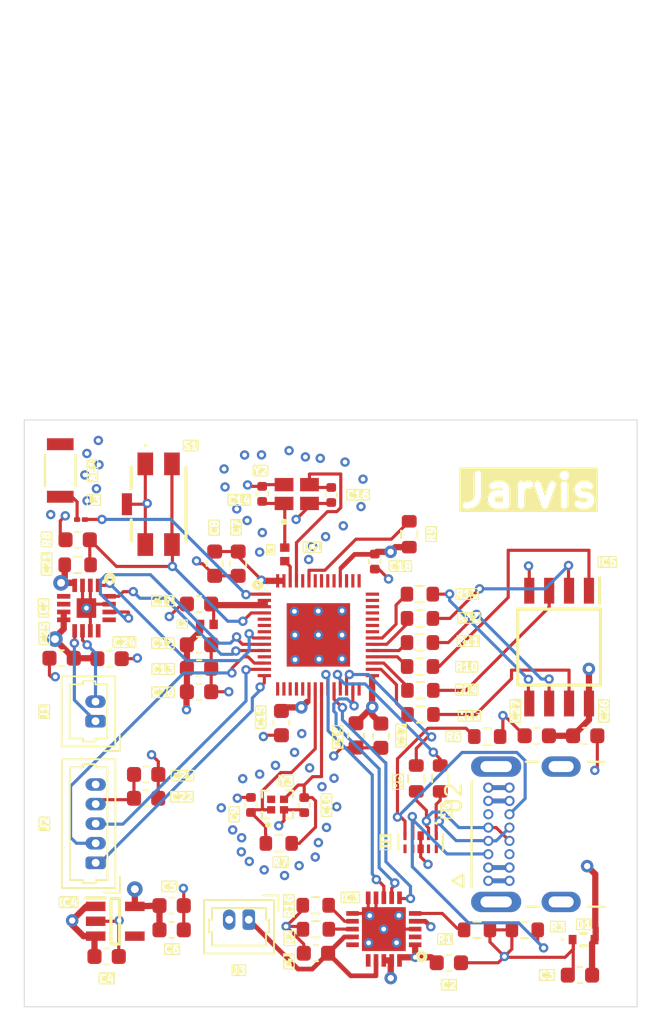
<source format=kicad_pcb>
(kicad_pcb (version 20241229) (generator "pcbnew") (generator_version "9.0")
  (layers (0 "F.Cu" signal) (4 "In1.Cu" signal) (6 "In2.Cu" signal) (2 "B.Cu" signal) (13 "F.Paste" user) (15 "B.Paste" user) (5 "F.SilkS" user "F.Silkscreen") (7 "B.SilkS" user "B.Silkscreen") (1 "F.Mask" user) (3 "B.Mask" user) (25 "Edge.Cuts" user))
  (net 0 "")
  (net 22 "Net-(IC2-OUTP)")
  (net 23 "Net-(IC2-OUTN)")
  (net 31 "GND")
  (net 32 "/Power/VBUS")
  (net 33 "/Power/VBAT_1")
  (net 34 "/Power/SYS")
  (net 35 "Net-(IC1-VDD3P3_1)")
  (net 36 "+3.3V")
  (net 38 "Net-(U2-CC1)")
  (net 39 "Net-(C14-Pad2)")
  (net 42 "Net-(U2-CC2)")
  (net 45 "Net-(IC1-XTAL_N)")
  (net 46 "Net-(IC1-CHIP_PU)")
  (net 47 "Net-(IC1-XTAL_32K_N)")
  (net 48 "Net-(IC1-XTAL_32K_P)")
  (net 49 "Net-(IC1-XTAL_P)")
  (net 50 "/Power/PROG1")
  (net 51 "/Power/THERM")
  (net 52 "/Power/USB_DP")
  (net 53 "/Power/USB_DN")
  (net 54 "/Components/FLASH-CLK")
  (net 57 "Net-(AE1-Pad1)")
  (net 58 "+1.8")
  (net 59 "Net-(IC1-SPIWP)")
  (net 60 "/Components/AMP-DIN")
  (net 61 "Net-(IC1-SPIQ)")
  (net 62 "Net-(IC1-SPICS0)")
  (net 63 "/ESP/ESP-GPIO19")
  (net 64 "/Components/MIC-BCK")
  (net 65 "/Components/MIC-DATA")
  (net 66 "Net-(IC1-LNA_IN)")
  (net 67 "/ESP/ESP-GPIO21")
  (net 68 "/Components/MIC-WS")
  (net 69 "/ESP/ESP-GPIO18")
  (net 70 "Net-(IC1-GPIO45)")
  (net 71 "/ESP/ESP-GPIO20")
  (net 72 "/Components/AMP-BCLK")
  (net 73 "Net-(IC1-SPIHD)")
  (net 74 "/ESP/ESP-GPIO17")
  (net 75 "Net-(IC1-SPID)")
  (net 76 "Net-(IC1-SPICLK)")
  (net 77 "/Components/AMP-LRCLK")
  (net 78 "/Components/FLASH-CS")
  (net 79 "/Components/FLASH-DO_IO1")
  (net 80 "/Components/FLASH-DI_IO0")
  (net 81 "/Components/FLASH-WP_IO2")
  (net 82 "/Components/FLASH-HOLD")
  (net 87 "Net-(IC3-PROG3)")
  (footprint "Capacitor_SMD:C_0603_1608Metric" (layer "F.Cu") (at 167.355 116.81 180)
    (property "Reference" "C26")
    (property "Value" "0.1uf")
  )
  (footprint "Capacitor_SMD:C_0603_1608Metric" (layer "F.Cu") (at 136.8 130.9 180)
    (property "Reference" "C4")
    (property "Value" "1uf")
  )
  (footprint "Capacitor_SMD:C_0603_1608Metric" (layer "F.Cu") (at 142.7 112.5)
    (property "Reference" "C13")
    (property "Value" "0.1uf")
  )
  (footprint "Capacitor_SMD:C_0603_1608Metric" (layer "F.Cu") (at 145.2 105.825 -90)
    (property "Reference" "C7")
    (property "Value" "0.1uf")
  )
  (footprint "jarvis:MCP73871T-4CAI ML" (layer "F.Cu") (at 154.5 129.15 180)
    (property "Reference" "IC3")
    (property "Value" "MCP73871T-4CAI_ML" (hide yes))
  )
  (footprint "Resistor_SMD:R_0603_1608Metric" (layer "F.Cu") (at 156.12 103.945 -90)
    (property "Reference" "R9")
    (property "Value" "10k")
  )
  (footprint "Resistor_SMD:R_0603_1608Metric" (layer "F.Cu") (at 156.84 115.45)
    (property "Reference" "R15")
    (property "Value" "0")
  )
  (footprint "jarvis:LIB_MAX98357AETE+T" (layer "F.Cu") (at 135.51 108.659 -90)
    (property "Reference" "IC2")
    (property "Value" "MAX98357AETE+T" (hide yes))
  )
  (footprint "Resistor_SMD:R_0603_1608Metric" (layer "F.Cu") (at 156.805 109.32)
    (property "Reference" "R12")
    (property "Value" "0")
  )
  (footprint "Connector_Molex:Molex_PicoBlade_53047-0210_1x02_P1.25mm_Vertical" (layer "F.Cu") (at 136.09 115.88 90)
    (property "Reference" "J1")
    (property "Value" "Conn_01x02 - Speaker")
  )
  (footprint "Connector_Molex:Molex_PicoBlade_53047-0210_1x02_P1.25mm_Vertical" (layer "F.Cu") (at 145.875 128.55 180)
    (property "Reference" "J3")
    (property "Value" "Conn_01x02 - Battery")
  )
  (footprint "jarvis:MLG1005SR24JT000" (layer "F.Cu") (at 148.175 105.232 90)
    (property "Reference" "L1")
    (property "Value" "24nh")
  )
  (footprint "Capacitor_SMD:C_0603_1608Metric" (layer "F.Cu") (at 154.31 116.805 90)
    (property "Reference" "C17")
    (property "Value" "1uf")
  )
  (footprint "jarvis:XTAL_ABM10W-40.0000MHZ-8-N1G-T3" (layer "F.Cu") (at 148.94 101.38 90)
    (property "Reference" "Y2")
    (property "Value" "ABM10W-40.0000MHZ-8-N1G-T3")
  )
  (footprint "Capacitor_SMD:C_0603_1608Metric" (layer "F.Cu") (at 164.265 116.81)
    (property "Reference" "C27")
    (property "Value" "10uf")
  )
  (footprint "Capacitor_SMD:C_0402_1005Metric" (layer "F.Cu") (at 153.92 105.69 -90)
    (property "Reference" "C18")
    (property "Value" "0.1uf")
  )
  (footprint "Capacitor_SMD:C_0402_1005Metric" (layer "F.Cu") (at 149.415 121.235 -90)
    (property "Reference" "C10")
    (property "Value" "12.5pf")
  )
  (footprint "Resistor_SMD:R_0603_1608Metric" (layer "F.Cu") (at 161.1 116.86 180)
    (property "Reference" "R6")
    (property "Value" "5.1k")
  )
  (footprint "Capacitor_SMD:C_0603_1608Metric" (layer "F.Cu") (at 136.985 111.89 180)
    (property "Reference" "C24")
    (property "Value" "0.1uf")
  )
  (footprint "Capacitor_SMD:C_0603_1608Metric" (layer "F.Cu") (at 147.96 116 -90)
    (property "Reference" "C15")
    (property "Value" "0.1uf")
  )
  (footprint "jarvis:IC_TPD4E05U06QDQARQ1" (layer "F.Cu") (at 156.85 123.6075 -90)
    (property "Reference" "U1")
    (property "Value" "TPD4E05U06QDQARQ1")
  )
  (footprint "Capacitor_SMD:C_0603_1608Metric" (layer "F.Cu") (at 167.02 132.09 180)
    (property "Reference" "C3")
    (property "Value" "1uf")
  )
  (footprint "Capacitor_SMD:C_0603_1608Metric" (layer "F.Cu") (at 152.72 116.785 90)
    (property "Reference" "C19")
    (property "Value" "0.1uf")
  )
  (footprint "Capacitor_SMD:C_0603_1608Metric" (layer "F.Cu") (at 133.925 111.86)
    (property "Reference" "C25")
    (property "Value" "10uf")
  )
  (footprint "Connector_Molex:Molex_PicoBlade_53047-0510_1x05_P1.25mm_Vertical" (layer "F.Cu") (at 136.1 124.92 90)
    (property "Reference" "J2")
    (property "Value" "Mic Conn_01x05")
  )
  (footprint "Resistor_SMD:R_0603_1608Metric" (layer "F.Cu") (at 156.57 119.535 90)
    (property "Reference" "R5")
    (property "Value" "22")
  )
  (footprint "Capacitor_SMD:C_0603_1608Metric" (layer "F.Cu") (at 158.65 131.3 180)
    (property "Reference" "C2")
    (property "Value" "4.7uf")
  )
  (footprint "jarvis:MLG1005SR24JT000" (layer "F.Cu") (at 143.2 109.7)
    (property "Reference" "L2")
    (property "Value" "24nh")
  )
  (footprint "Capacitor_SMD:C_0603_1608Metric" (layer "F.Cu") (at 139.32 120.8)
    (property "Reference" "C22")
    (property "Value" "100nf")
  )
  (footprint "jarvis:MOLEX_2137160001-holes" (layer "F.Cu") (at 168.82 123.095 90)
    (property "Reference" "U2")
    (property "Value" "2137160001")
  )
  (footprint "Capacitor_SMD:C_0603_1608Metric" (layer "F.Cu") (at 142.7 111)
    (property "Reference" "C12")
    (property "Value" "0.1uf")
  )
  (footprint "Capacitor_SMD:C_0603_1608Metric" (layer "F.Cu") (at 139.325 119.28)
    (property "Reference" "C23")
    (property "Value" "1uf")
  )
  (footprint "Resistor_SMD:R_0603_1608Metric" (layer "F.Cu") (at 160.45 129.2 180)
    (property "Reference" "R1")
    (property "Value" "10k")
  )
  (footprint "Capacitor_SMD:C_0603_1608Metric" (layer "F.Cu") (at 140.95 129.2 180)
    (property "Reference" "C6")
    (property "Value" "10uf")
  )
  (footprint "Resistor_SMD:R_0603_1608Metric" (layer "F.Cu") (at 147.79 123.68)
    (property "Reference" "R7")
    (property "Value" "5M")
  )
  (footprint "Resistor_SMD:R_0603_1608Metric" (layer "F.Cu") (at 156.805 110.86)
    (property "Reference" "R11")
    (property "Value" "0")
  )
  (footprint "Capacitor_SMD:C_0603_1608Metric" (layer "F.Cu") (at 150.165 130.69 180)
    (property "Reference" "C1")
    (property "Value" "10uf")
  )
  (footprint "Resistor_SMD:R_0603_1608Metric" (layer "F.Cu") (at 150.16 129.16 180)
    (property "Reference" "R2")
    (property "Value" "2k")
  )
  (footprint "Resistor_SMD:R_0603_1608Metric" (layer "F.Cu") (at 134.95 105.9)
    (property "Reference" "R8")
    (property "Value" "10k")
  )
  (footprint "Capacitor_SMD:C_0603_1608Metric" (layer "F.Cu") (at 142.7 108.4 180)
    (property "Reference" "C11")
    (property "Value" "0.1uf")
  )
  (footprint "Resistor_SMD:R_0603_1608Metric" (layer "F.Cu") (at 163.5 129.2 180)
    (property "Reference" "R3")
    (property "Value" "5.1k")
  )
  (footprint "jarvis:PESD5V0X1UAB115" (layer "F.Cu") (at 167.25 129.82)
    (property "Reference" "D1")
    (property "Value" "PESD5V0X1UAB,115" (hide yes))
  )
  (footprint "Capacitor_SMD:C_0603_1608Metric" (layer "F.Cu") (at 143.7 105.825 -90)
    (property "Reference" "C8")
    (property "Value" "0.1uf")
  )
  (footprint "Resistor_SMD:R_0603_1608Metric" (layer "F.Cu") (at 156.83 113.91)
    (property "Reference" "R14")
    (property "Value" "0")
  )
  (footprint "Capacitor_SMD:C_0603_1608Metric" (layer "F.Cu") (at 140.95 127.65 180)
    (property "Reference" "C5")
    (property "Value" "1uf")
  )
  (footprint "jarvis:XTAL_ECS-.327-12.5-1210B-N-TR" (layer "F.Cu") (at 147.715 121.2 90)
    (property "Reference" "Y3")
    (property "Value" "ECS-.327-12.5-1210B-N-TR")
  )
  (footprint "Capacitor_SMD:C_0402_1005Metric" (layer "F.Cu") (at 146.73 101.37 -90)
    (property "Reference" "C14")
    (property "Value" "12pf")
  )
  (footprint "jarvis:ANT_RFANT3216120A5T_WAL" (layer "F.Cu") (at 133.84 99.8764 90)
    (property "Reference" "AE1")
    (property "Value" "RFANT3216120A5T")
  )
  (footprint "Capacitor_SMD:C_0603_1608Metric" (layer "F.Cu") (at 134.95 104.3 180)
    (property "Reference" "C21")
    (property "Value" "1uf")
  )
  (footprint "Capacitor_SMD:C_0402_1005Metric" (layer "F.Cu") (at 151.14 101.44 -90)
    (property "Reference" "C16")
    (property "Value" "12pf")
  )
  (footprint "jarvis:EVQP9H02W" (layer "F.Cu") (at 140.12 102.03)
    (property "Reference" "S1")
    (property "Value" "EVQ-P9H02W" (hide yes))
  )
  (footprint "Resistor_SMD:R_0603_1608Metric" (layer "F.Cu") (at 158.1 119.535 90)
    (property "Reference" "R4")
    (property "Value" "22")
  )
  (footprint "Resistor_SMD:R_0603_1608Metric" (layer "F.Cu") (at 156.81 112.39)
    (property "Reference" "R10")
    (property "Value" "0")
  )
  (footprint "jarvis:TLV70033DDCT" (layer "F.Cu") (at 137.35 128.65)
    (property "Reference" "IC4")
    (property "Value" "TLV70033DDCT" (hide yes))
  )
  (footprint "jarvis:W25Q128JWSIQ-1.8" (layer "F.Cu") (at 165.69 111.15 -90)
    (property "Reference" "IC5")
    (property "Value" "W25Q128JWSIQ" (hide yes))
  )
  (footprint "jarvis:esp32-s3r16v" (layer "F.Cu") (at 150.32 110.37)
    (property "Reference" "IC1")
    (property "Value" "ESP32-S3R16V" (hide yes))
  )
  (footprint "Capacitor_SMD:C_0402_1005Metric" (layer "F.Cu") (at 146.015 121.225 90)
    (property "Reference" "C9")
    (property "Value" "12.5pf")
  )
  (footprint "Resistor_SMD:R_0603_1608Metric" (layer "F.Cu") (at 156.8 107.77)
    (property "Reference" "R13")
    (property "Value" "0")
  )
  (footprint "Inductor_SMD:L_01005_0402Metric" (layer "F.Cu") (at 135.165 103.01)
    (property "Reference" "L3")
    (property "Value" "6.8 nH")
  )
  (footprint "Resistor_SMD:R_0603_1608Metric" (layer "F.Cu") (at 150.15 127.63 180)
    (property "Reference" "R16")
    (property "Value" "20k")
  )
  (footprint "Capacitor_SMD:C_0603_1608Metric" (layer "F.Cu") (at 142.7 114)
    (property "Reference" "C20")
    (property "Value" "10uf")
  )
  (gr_line (start 146.9 108.47) (end 146.9 108.27) (stroke (width 0.4)) (layer "F.Cu") (net 35))
  (gr_line (start 140.2 127.65) (end 138.6 127.7) (stroke (width 0.4)) (layer "F.Cu") (net 36))
  (gr_rect (start 131.54 96.65) (end 170.67 134.11) (stroke (width 0.05)) (fill no) (layer "Edge.Cuts"))
  (gr_text "Jarvis" (at 159.19 102.37 0) (layer "F.SilkS" knockout) (effects (font (size 2 2) (thickness 0.4) (bold yes)) (justify left bottom)))
  (segment (start 134.76 110.109) (end 134.76 110.879) (width 0.2) (layer "F.Cu") (net 22))
  (segment (start 134.76 110.879) (end 134.74 110.899) (width 0.2) (layer "F.Cu") (net 22))
  (via (at 134.74 110.899) (size 0.6) (drill 0.3) (layers "F.Cu" "B.Cu") (net 22))
  (segment (start 134.74 114.53) (end 136.09 115.88) (width 0.2) (layer "B.Cu") (net 22))
  (segment (start 134.74 110.899) (end 134.74 114.53) (width 0.2) (layer "B.Cu") (net 22))
  (segment (start 135.26 110.709) (end 135.26 110.109) (width 0.2) (layer "F.Cu") (net 23))
  (segment (start 135.5555 111.0045) (end 135.26 110.709) (width 0.2) (layer "F.Cu") (net 23))
  (via (at 135.5555 111.0045) (size 0.6) (drill 0.3) (layers "F.Cu" "B.Cu") (net 23))
  (segment (start 136.09 111.539) (end 136.09 114.63) (width 0.2) (layer "B.Cu") (net 23))
  (segment (start 135.5555 111.0045) (end 136.09 111.539) (width 0.2) (layer "B.Cu") (net 23))
  (segment (start 142.54 105.65) (end 142.715 105.825) (width 0.2) (layer "F.Cu") (net 31))
  (segment (start 149.752 101.98) (end 149.752 102.148) (width 0.2) (layer "F.Cu") (net 31))
  (segment (start 168.13 118.86) (end 167.97 119.02) (width 0.2) (layer "F.Cu") (net 31))
  (segment (start 149.325 127.915) (end 149.325 127.63) (width 0.2) (layer "F.Cu") (net 31))
  (segment (start 148.125 121.535) (end 148.125 122.22) (width 0.2) (layer "F.Cu") (net 31))
  (segment (start 133.84 103.09) (end 133.84 103.965) (width 0.2) (layer "F.Cu") (net 31))
  (segment (start 151.8 117.58) (end 154.31 117.58) (width 0.2) (layer "F.Cu") (net 31))
  (segment (start 149.335 129.16) (end 149.065 129.16) (width 0.2) (layer "F.Cu") (net 31))
  (segment (start 140.095 119.285) (end 140.1 119.28) (width 0.2) (layer "F.Cu") (net 31))
  (segment (start 154 127.89) (end 153.6 128.29) (width 0.2) (layer "F.Cu") (net 31))
  (segment (start 139.27 104.605) (end 139.27 102.1) (width 0.2) (layer "F.Cu") (net 31))
  (segment (start 153.5 127.15) (end 153.5 128.19) (width 0.2) (layer "F.Cu") (net 31))
  (segment (start 133.15 112.95) (end 133.15 111.86) (width 0.2) (layer "F.Cu") (net 31))
  (segment (start 135.76 107.209) (end 135.76 108.409) (width 0.2) (layer "F.Cu") (net 31))
  (segment (start 148.128 100.78) (end 146.84 100.78) (width 0.2) (layer "F.Cu") (net 31))
  (segment (start 145.195 120.745) (end 145.145 120.795) (width 0.2) (layer "F.Cu") (net 31))
  (segment (start 133.84 103.965) (end 134.175 104.3) (width 0.2) (layer "F.Cu") (net 31))
  (segment (start 135.76 110.109) (end 135.76 108.909) (width 0.2) (layer "F.Cu") (net 31))
  (segment (start 141.725 127.65) (end 141.725 129.2) (width 0.2) (layer "F.Cu") (net 31))
  (segment (start 163.785 107.55) (end 163.785 106.015) (width 0.2) (layer "F.Cu") (net 31))
  (segment (start 142.925 105.825) (end 143.7 106.6) (width 0.2) (layer "F.Cu") (net 31))
  (segment (start 138.72 111.89) (end 138.76 111.85) (width 0.2) (layer "F.Cu") (net 31))
  (segment (start 143.475 114) (end 144.6 114) (width 0.2) (layer "F.Cu") (net 31))
  (segment (start 148.26 128.98) (end 149.39 130.11) (width 0.2) (layer "F.Cu") (net 31))
  (segment (start 137.575 130.9) (end 137.575 128.625) (width 0.2) (layer "F.Cu") (net 31))
  (segment (start 140.1 118.45) (end 139.67 118.02) (width 0.2) (layer "F.Cu") (net 31))
  (segment (start 151.3 118.08) (end 151.8 117.58) (width 0.2) (layer "F.Cu") (net 31))
  (segment (start 133.52 113.04) (end 133.24 113.04) (width 0.2) (layer "F.Cu") (net 31))
  (segment (start 153.5 128.19) (end 153.6 128.29) (width 0.2) (layer "F.Cu") (net 31))
  (segment (start 149.752 102.148) (end 148.9 103) (width 0.2) (layer "F.Cu") (net 31))
  (segment (start 146.84 100.78) (end 146.73 100.89) (width 0.2) (layer "F.Cu") (net 31))
  (segment (start 162.251 130.951) (end 162.2 130.9) (width 0.2) (layer "F.Cu") (net 31))
  (segment (start 148.26 128.98) (end 149.325 127.915) (width 0.2) (layer "F.Cu") (net 31))
  (segment (start 145.2 106.6) (end 143.7 106.6) (width 0.2) (layer "F.Cu") (net 31))
  (segment (start 137.76 111.89) (end 138.72 111.89) (width 0.2) (layer "F.Cu") (net 31))
  (segment (start 166.59 131.745) (end 166.245 132.09) (width 0.2) (layer "F.Cu") (net 31))
  (segment (start 156.85 124.025) (end 156.85 124.545) (width 0.2) (layer "F.Cu") (net 31))
  (segment (start 166.59 129.86) (end 166.6 129.87) (width 0.2) (layer "F.Cu") (net 31))
  (segment (start 135.76 108.909) (end 135.51 108.659) (width 0.2) (layer "F.Cu") (net 31))
  (segment (start 156.85 123.19) (end 156.85 124.025) (width 0.2) (layer "F.Cu") (net 31))
  (segment (start 140.095 120.8) (end 140.095 119.285) (width 0.2) (layer "F.Cu") (net 31))
  (segment (start 161.275 129.2) (end 161.275 129.975) (width 0.2) (layer "F.Cu") (net 31))
  (segment (start 166.6 130.425) (end 166.074 130.951) (width 0.2) (layer "F.Cu") (net 31))
  (segment (start 148.125 121.535) (end 149.235 121.535) (width 0.2) (layer "F.Cu") (net 31))
  (segment (start 168.13 116.81) (end 168.13 118.86) (width 0.2) (layer "F.Cu") (net 31))
  (segment (start 146.015 120.745) (end 145.195 120.745) (width 0.2) (layer "F.Cu") (net 31))
  (segment (start 141.6 108.4) (end 140.8 109.2) (width 0.2) (layer "F.Cu") (net 31))
  (segment (start 142.715 105.825) (end 142.925 105.825) (width 0.2) (layer "F.Cu") (net 31))
  (segment (start 156.85 124.545) (end 157.32 125.015) (width 0.2) (layer "F.Cu") (net 31))
  (segment (start 146.73 100.89) (end 145.89 100.89) (width 0.2) (layer "F.Cu") (net 31))
  (segment (start 148.125 122.22) (end 147.79 122.555) (width 0.2) (layer "F.Cu") (net 31))
  (segment (start 134.16 102.77) (end 133.84 103.09) (width 0.2) (layer "F.Cu") (net 31))
  (segment (start 152.5 128.15) (end 153.46 128.15) (width 0.2) (layer "F.Cu") (net 31))
  (segment (start 149.235 121.535) (end 149.415 121.715) (width 0.2) (layer "F.Cu") (net 31))
  (segment (start 147.96 116.775) (end 146.895 116.775) (width 0.2) (layer "F.Cu") (net 31))
  (segment (start 161.275 129.975) (end 162.2 130.9) (width 0.2) (layer "F.Cu") (net 31))
  (segment (start 137.575 128.625) (end 137.6 128.6) (width 0.2) (layer "F.Cu") (net 31))
  (segment (start 162.1 116.685) (end 161.925 116.86) (width 0.2) (layer "F.Cu") (net 31))
  (segment (start 141.925 108.4) (end 141.6 108.4) (width 0.2) (layer "F.Cu") (net 31))
  (segment (start 135.26 108.409) (end 135.51 108.659) (width 0.2) (layer "F.Cu") (net 31))
  (segment (start 151.08 101.98) (end 151.14 101.92) (width 0.2) (layer "F.Cu") (net 31))
  (segment (start 133.24 113.04) (end 133.15 112.95) (width 0.2) (layer "F.Cu") (net 31))
  (segment (start 139.27 102.1) (end 139.39 101.98) (width 0.2) (layer "F.Cu") (net 31))
  (segment (start 166.6 129.87) (end 166.6 130.425) (width 0.2) (layer "F.Cu") (net 31))
  (segment (start 139.27 101.86) (end 139.39 101.98) (width 0.2) (layer "F.Cu") (net 31))
  (segment (start 140.1 119.28) (end 140.1 118.45) (width 0.2) (layer "F.Cu") (net 31))
  (segment (start 162.1 115.52) (end 162.1 116.685) (width 0.2) (layer "F.Cu") (net 31))
  (segment (start 143.475 114) (end 143.475 112.5) (width 0.2) (layer "F.Cu") (net 31))
  (segment (start 162.675 129.2) (end 162.675 130.425) (width 0.2) (layer "F.Cu") (net 31))
  (segment (start 135.26 107.209) (end 135.26 108.409) (width 0.2) (layer "F.Cu") (net 31))
  (segment (start 141.725 127.65) (end 141.725 126.575) (width 0.2) (layer "F.Cu") (net 31))
  (segment (start 136.1 128.65) (end 137.55 128.65) (width 0.2) (layer "F.Cu") (net 31))
  (segment (start 143.475 111) (end 143.475 112.5) (width 0.2) (layer "F.Cu") (net 31))
  (segment (start 159.425 131.3) (end 161.8 131.3) (width 0.2) (layer "F.Cu") (net 31))
  (segment (start 141.725 126.575) (end 141.7 126.55) (width 0.2) (layer "F.Cu") (net 31))
  (segment (start 153.46 128.15) (end 153.6 128.29) (width 0.2) (layer "F.Cu") (net 31))
  (segment (start 136.96 108.409) (end 135.76 108.409) (width 0.2) (layer "F.Cu") (net 31))
  (segment (start 154 127.15) (end 154 127.89) (width 0.2) (layer "F.Cu") (net 31))
  (segment (start 162.675 130.425) (end 162.2 130.9) (width 0.2) (layer "F.Cu") (net 31))
  (segment (start 161.275 129.2) (end 162.675 129.2) (width 0.2) (layer "F.Cu") (net 31))
  (segment (start 162.1 115.52) (end 162.2 115.52) (width 0.2) (layer "F.Cu") (net 31))
  (segment (start 149.155 128.98) (end 149.335 129.16) (width 0.2) (layer "F.Cu") (net 31))
  (segment (start 135.76 108.409) (end 135.51 108.659) (width 0.2) (layer "F.Cu") (net 31))
  (segment (start 154.17 106.17) (end 154.8 106.8) (width 0.2) (layer "F.Cu") (net 31))
  (segment (start 148.26 128.98) (end 149.155 128.98) (width 0.2) (layer "F.Cu") (net 31))
  (segment (start 149.39 130.11) (end 149.39 130.69) (width 0.2) (layer "F.Cu") (net 31))
  (segment (start 166.59 129.86) (end 166.59 131.745) (width 0.2) (layer "F.Cu") (net 31))
  (segment (start 163.785 106.015) (end 163.74 105.97) (width 0.2) (layer "F.Cu") (net 31))
  (segment (start 137.55 128.65) (end 137.6 128.6) (width 0.2) (layer "F.Cu") (net 31))
  (segment (start 166.074 130.951) (end 162.251 130.951) (width 0.2) (layer "F.Cu") (net 31))
  (segment (start 156.5 129.15) (end 154.49 129.15) (width 0.2) (layer "F.Cu") (net 31))
  (segment (start 162.2 115.52) (end 163.49 116.81) (width 0.2) (layer "F.Cu") (net 31))
  (segment (start 145.89 100.89) (end 145.8 100.8) (width 0.2) (layer "F.Cu") (net 31))
  (segment (start 139.27 99.455) (end 139.27 101.86) (width 0.2) (layer "F.Cu") (net 31))
  (segment (start 153.92 106.17) (end 154.17 106.17) (width 0.2) (layer "F.Cu") (net 31))
  (segment (start 161.8 131.3) (end 162.2 130.9) (width 0.2) (layer "F.Cu") (net 31))
  (segment (start 149.752 101.98) (end 151.08 101.98) (width 0.2) (layer "F.Cu") (net 31))
  (segment (start 139.34 102.03) (end 139.39 101.98) (width 0.2) (layer "F.Cu") (net 31))
  (segment (start 138.095 102.03) (end 139.34 102.03) (width 0.2) (layer "F.Cu") (net 31))
  (via (at 151.32 119.52) (size 0.6) (drill 0.3) (layers "F.Cu" "B.Cu") (net 31))
  (via (at 157.32 125.015) (size 0.6) (drill 0.3) (layers "F.Cu" "B.Cu") (net 31))
  (via (at 138.76 111.85) (size 0.6) (drill 0.3) (layers "F.Cu" "B.Cu") (net 31))
  (via (at 141.7 126.55) (size 0.6) (drill 0.3) (layers "F.Cu" "B.Cu") (net 31))
  (via (at 155.46 128.28) (size 0.6) (drill 0.3) (layers "F.Cu" "B.Cu") (net 31))
  (via (at 145.61 98.89) (size 0.6) (drill 0.3) (layers "F.Cu" "B.Cu") (net 31))
  (via (at 145.49 119.55) (size 0.6) (drill 0.3) (layers "F.Cu" "B.Cu") (net 31))
  (via (at 151.91 103.41) (size 0.6) (drill 0.3) (layers "F.Cu" "B.Cu") (net 31))
  (via (at 137.6 128.6) (size 0.6) (drill 0.3) (layers "F.Cu" "B.Cu") (net 31))
  (via (at 149.49 99.01) (size 0.6) (drill 0.3) (layers "F.Cu" "B.Cu") (net 31))
  (via (at 139.67 118.02) (size 0.6) (drill 0.3) (layers "F.Cu" "B.Cu") (net 31))
  (via (at 151.83 110.38) (size 0.6) (drill 0.3) (layers "F.Cu" "B.Cu") (net 31))
  (via (at 145.11 102.33) (size 0.6) (drill 0.3) (layers "F.Cu" "B.Cu") (net 31))
  (via (at 142.54 105.65) (size 0.6) (drill 0.3) (layers "F.Cu" "B.Cu") (net 31))
  (via (at 148.16 125.73) (size 0.6) (drill 0.3) (layers "F.Cu" "B.Cu") (net 31))
  (via (at 133.52 113.04) (size 0.6) (drill 0.3) (layers "F.Cu" "B.Cu") (net 31))
  (via (at 144.12 121.41) (size 0.6) (drill 0.3) (layers "F.Cu" "B.Cu") (net 31))
  (via (at 135.41 100.16) (size 0.6) (drill 0.3) (layers "F.Cu" "B.Cu") (net 31))
  (via (at 150.32 110.37) (size 0.6) (drill 0.3) (layers "F.Cu" "B.Cu") (net 31))
  (via (at 162.1 115.52) (size 0.6) (drill 0.3) (layers "F.Cu" "B.Cu") (net 31))
  (via (at 150.84 122.66) (size 0.6) (drill 0.3) (layers "F.Cu" "B.Cu") (net 31))
  (via (at 136.31 99.51) (size 0.6) (drill 0.3) (layers "F.Cu" "B.Cu") (net 31))
  (via (at 150.12 124.55) (size 0.6) (drill 0.3) (layers "F.Cu" "B.Cu") (net 31))
  (via (at 153.17 100.43) (size 0.6) (drill 0.3) (layers "F.Cu" "B.Cu") (net 31))
  (via (at 154.8 106.8) (size 0.6) (drill 0.3) (layers "F.Cu" "B.Cu") (net 31))
  (via (at 135.55 101.81) (size 0.6) (drill 0.3) (layers "F.Cu" "B.Cu") (net 31))
  (via (at 135.54 98.79) (size 0.6) (drill 0.3) (layers "F.Cu" "B.Cu") (net 31))
  (via (at 144.6 114) (size 0.6) (drill 0.3) (layers "F.Cu" "B.Cu") (net 31))
  (via (at 148.79 108.87) (size 0.6) (drill 0.3) (layers "F.Cu" "B.Cu") (net 31))
  (via (at 146.69 98.88) (size 0.6) (drill 0.3) (layers "F.Cu" "B.Cu") (net 31))
  (via (at 144.85 122.82) (size 0.6) (drill 0.3) (layers "F.Cu" "B.Cu") (net 31))
  (via (at 149.09 125.1) (size 0.6) (drill 0.3) (layers "F.Cu" "B.Cu") (net 31))
  (via (at 146.86 125.37) (size 0.6) (drill 0.3) (layers "F.Cu" "B.Cu") (net 31))
  (via (at 149.7 105.56) (size 0.6) (drill 0.3) (layers "F.Cu" "B.Cu") (net 31))
  (via (at 145.91 124.83) (size 0.6) (drill 0.3) (layers "F.Cu" "B.Cu") (net 31))
  (via (at 150.44 99.1) (size 0.6) (drill 0.3) (layers "F.Cu" "B.Cu") (net 31))
  (via (at 153.04088 102.178598) (size 0.6) (drill 0.3) (layers "F.Cu" "B.Cu") (net 31))
  (via (at 153.6 128.29) (size 0.6) (drill 0.3) (layers "F.Cu" "B.Cu") (net 31))
  (via (at 144.3 99.78) (size 0.6) (drill 0.3) (layers "F.Cu" "B.Cu") (net 31))
  (via (at 145.77 103.07) (size 0.6) (drill 0.3) (layers "F.Cu" "B.Cu") (net 31))
  (via (at 151.83 108.83) (size 0.6) (drill 0.3) (layers "F.Cu" "B.Cu") (net 31))
  (via (at 163.74 105.97) (size 0.6) (drill 0.3) (layers "F.Cu" "B.Cu") (net 31))
  (via (at 146.57 119.26) (size 0.6) (drill 0.3) (layers "F.Cu" "B.Cu") (net 31))
  (via (at 145.4 124.22) (size 0.6) (drill 0.3) (layers "F.Cu" "B.Cu") (net 31))
  (via (at 146.57 105.09) (size 0.6) (drill 0.3) (layers "F.Cu" "B.Cu") (net 31))
  (via (at 148.82 110.38) (size 0.6) (drill 0.3) (layers "F.Cu" "B.Cu") (net 31))
  (via (at 136.15 101.04) (size 0.6) (drill 0.3) (layers "F.Cu" "B.Cu") (net 31))
  (via (at 150.36 111.92) (size 0.6) (drill 0.3) (layers "F.Cu" "B.Cu") (net 31))
  (via (at 149.95 104.71) (size 0.6) (drill 0.3) (layers "F.Cu" "B.Cu") (net 31))
  (via (at 151.49 121.34) (size 0.6) (drill 0.3) (layers "F.Cu" "B.Cu") (net 31))
  (via (at 148.9 103) (size 0.6) (drill 0.3) (layers "F.Cu" "B.Cu") (net 31))
  (via (at 151.83 111.9) (size 0.6) (drill 0.3) (layers "F.Cu" "B.Cu") (net 31))
  (via (at 135.51 108.659) (size 0.6) (drill 0.3) (layers "F.Cu" "B.Cu") (net 31))
  (via (at 150.32 123.63) (size 0.6) (drill 0.3) (layers "F.Cu" "B.Cu") (net 31))
  (via (at 145.8 100.8) (size 0.6) (drill 0.3) (layers "F.Cu" "B.Cu") (net 31))
  (via (at 149.26 116.67) (size 0.6) (drill 0.3) (layers "F.Cu" "B.Cu") (net 31))
  (via (at 153.53 130.03) (size 0.6) (drill 0.3) (layers "F.Cu" "B.Cu") (net 31))
  (via (at 140.8 109.2) (size 0.6) (drill 0.3) (layers "F.Cu" "B.Cu") (net 31))
  (via (at 148.45 98.61) (size 0.6) (drill 0.3) (layers "F.Cu" "B.Cu") (net 31))
  (via (at 155.31 130.02) (size 0.6) (drill 0.3) (layers "F.Cu" "B.Cu") (net 31))
  (via (at 139.39 101.98) (size 0.6) (drill 0.3) (layers "F.Cu" "B.Cu") (net 31))
  (via (at 150.78 104.1) (size 0.6) (drill 0.3) (layers "F.Cu" "B.Cu") (net 31))
  (via (at 145.145 120.795) (size 0.6) (drill 0.3) (layers "F.Cu" "B.Cu") (net 31))
  (via (at 145.42 123.32) (size 0.6) (drill 0.3) (layers "F.Cu" "B.Cu") (net 31))
  (via (at 146.74 103.84) (size 0.6) (drill 0.3) (layers "F.Cu" "B.Cu") (net 31))
  (via (at 136.27 97.96) (size 0.6) (drill 0.3) (layers "F.Cu" "B.Cu") (net 31))
  (via (at 147.79 122.555) (size 0.6) (drill 0.3) (layers "F.Cu" "B.Cu") (net 31))
  (via (at 133.23 102.69) (size 0.6) (drill 0.3) (layers "F.Cu" "B.Cu") (net 31))
  (via (at 147.58 118.7) (size 0.6) (drill 0.3) (layers "F.Cu" "B.Cu") (net 31))
  (via (at 151.3 118.1) (size 0.6) (drill 0.3) (layers "F.Cu" "B.Cu") (net 31))
  (via (at 162.2 130.9) (size 0.6) (drill 0.3) (layers "F.Cu" "B.Cu") (net 31))
  (via (at 146.81 116.86) (size 0.6) (drill 0.3) (layers "F.Cu" "B.Cu") (net 31))
  (via (at 148.8 117.87) (size 0.6) (drill 0.3) (layers "F.Cu" "B.Cu") (net 31))
  (via (at 149.76 118.86) (size 0.6) (drill 0.3) (layers "F.Cu" "B.Cu") (net 31))
  (via (at 148.83 111.95) (size 0.6) (drill 0.3) (layers "F.Cu" "B.Cu") (net 31))
  (via (at 148.26 128.98) (size 0.6) (drill 0.3) (layers "F.Cu" "B.Cu") (net 31))
  (via (at 134.16 102.77) (size 0.6) (drill 0.3) (layers "F.Cu" "B.Cu") (net 31))
  (via (at 152.02 99.34) (size 0.6) (drill 0.3) (layers "F.Cu" "B.Cu") (net 31))
  (via (at 154.49 129.15) (size 0.6) (drill 0.3) (layers "F.Cu" "B.Cu") (net 31))
  (via (at 167.97 119.02) (size 0.6) (drill 0.3) (layers "F.Cu" "B.Cu") (net 31))
  (via (at 144.36 100.93) (size 0.6) (drill 0.3) (layers "F.Cu" "B.Cu") (net 31))
  (via (at 150.55 120.06) (size 0.6) (drill 0.3) (layers "F.Cu" "B.Cu") (net 31))
  (via (at 150.31 108.85) (size 0.6) (drill 0.3) (layers "F.Cu" "B.Cu") (net 31))
  (segment (start 154.94 131.16) (end 154.94 132.28) (width 0.4) (layer "F.Cu") (net 32))
  (segment (start 154.55 131.15) (end 154.95 131.15) (width 0.4) (layer "F.Cu") (net 32))
  (segment (start 168 125.65) (end 168 129.05) (width 0.4) (layer "F.Cu") (net 32))
  (segment (start 167.795 132.09) (end 167.795 130.055) (width 0.4) (layer "F.Cu") (net 32))
  (segment (start 154.95 131.15) (end 154.94 131.16) (width 0.4) (layer "F.Cu") (net 32))
  (segment (start 167.795 130.055) (end 168.025 129.825) (width 0.4) (layer "F.Cu") (net 32))
  (segment (start 157.15 128.65) (end 157.5 129) (width 0.3) (layer "F.Cu") (net 32))
  (segment (start 167.48 125.13) (end 168 125.65) (width 0.4) (layer "F.Cu") (net 32))
  (segment (start 156.5 128.65) (end 157.15 128.65) (width 0.3) (layer "F.Cu") (net 32))
  (segment (start 168.025 129.075) (end 168 129.05) (width 0.2) (layer "F.Cu") (net 32))
  (segment (start 168.025 129.825) (end 168.025 129.075) (width 0.4) (layer "F.Cu") (net 32))
  (via (at 157.5 129) (size 0.6) (drill 0.3) (layers "F.Cu" "B.Cu") (net 32))
  (via (at 154.94 132.28) (size 0.8) (drill 0.4) (layers "F.Cu" "B.Cu") (net 32))
  (via (at 167.48 125.13) (size 0.8) (drill 0.4) (layers "F.Cu" "B.Cu") (net 32))
  (segment (start 150.94 130.69) (end 149.93 131.7) (width 0.3) (layer "F.Cu") (net 33))
  (segment (start 154 132.13) (end 152.38 132.13) (width 0.3) (layer "F.Cu") (net 33))
  (segment (start 152.5 129.65) (end 151.98 129.65) (width 0.3) (layer "F.Cu") (net 33))
  (segment (start 154 131.15) (end 154 132.13) (width 0.3) (layer "F.Cu") (net 33))
  (segment (start 152.38 132.13) (end 150.94 130.69) (width 0.3) (layer "F.Cu") (net 33))
  (segment (start 149.03 131.7) (end 149.03 131.705) (width 0.3) (layer "F.Cu") (net 33))
  (segment (start 149.03 131.705) (end 145.875 128.55) (width 0.3) (layer "F.Cu") (net 33))
  (segment (start 151.98 129.65) (end 150.94 130.69) (width 0.3) (layer "F.Cu") (net 33))
  (segment (start 149.93 131.7) (end 149.03 131.7) (width 0.3) (layer "F.Cu") (net 33))
  (segment (start 136.025 130.9) (end 136.025 129.675) (width 0.4) (layer "F.Cu") (net 34))
  (segment (start 135.5 127.7) (end 134.6 128.6) (width 0.4) (layer "F.Cu") (net 34))
  (segment (start 134.6 128.88) (end 134.6 128.6) (width 0.4) (layer "F.Cu") (net 34))
  (segment (start 135.6 129.6) (end 135.32 129.6) (width 0.4) (layer "F.Cu") (net 34))
  (segment (start 135.32 129.6) (end 134.6 128.88) (width 0.4) (layer "F.Cu") (net 34))
  (segment (start 136.025 129.675) (end 136.1 129.6) (width 0.2) (layer "F.Cu") (net 34))
  (segment (start 156.5 130.95) (end 157.525 130.95) (width 0.4) (layer "F.Cu") (net 34))
  (segment (start 156.48 130.95) (end 155.63 130.95) (width 0.4) (layer "F.Cu") (net 34))
  (segment (start 136.1 129.6) (end 135.6 129.6) (width 0.2) (layer "F.Cu") (net 34))
  (segment (start 157.525 130.95) (end 157.875 131.3) (width 0.4) (layer "F.Cu") (net 34))
  (segment (start 136.1 127.7) (end 135.5 127.7) (width 0.2) (layer "F.Cu") (net 34))
  (segment (start 156.5 130.95) (end 156.5 130.3) (width 0.4) (layer "F.Cu") (net 34))
  (via (at 156.5 130.95) (size 0.6) (drill 0.3) (layers "F.Cu" "B.Cu") (net 34))
  (via (at 134.6 128.6) (size 0.8) (drill 0.4) (layers "F.Cu" "B.Cu") (net 34))
  (segment (start 143.645 108.57) (end 143.475 108.4) (width 0.2) (layer "F.Cu") (net 35))
  (segment (start 143.632 109.7) (end 143.632 108.583) (width 0.2) (layer "F.Cu") (net 35))
  (segment (start 143.632 108.583) (end 143.645 108.57) (width 0.2) (layer "F.Cu") (net 35))
  (segment (start 146.87 108.47) (end 143.645 108.47) (width 0.4) (layer "F.Cu") (net 35))
  (segment (start 148.185 115) (end 147.96 115.225) (width 0.2) (layer "F.Cu") (net 36))
  (segment (start 133.5 110.66) (end 134.7 111.86) (width 0.4) (layer "F.Cu") (net 36))
  (segment (start 142.768 109.7) (end 142.768 110.157) (width 0.4) (layer "F.Cu") (net 36))
  (segment (start 140.175 127.65) (end 140.175 129.2) (width 0.4) (layer "F.Cu") (net 36))
  (segment (start 141.9 114.025) (end 141.925 114) (width 0.2) (layer "F.Cu") (net 36))
  (segment (start 141.9 115.15) (end 141.9 114.025) (width 0.4) (layer "F.Cu") (net 36))
  (segment (start 154.06 105.07) (end 153.92 105.21) (width 0.4) (layer "F.Cu") (net 36))
  (segment (start 136.18 111.86) (end 136.21 111.89) (width 0.4) (layer "F.Cu") (net 36))
  (segment (start 134.7 111.86) (end 136.18 111.86) (width 0.4) (layer "F.Cu") (net 36))
  (segment (start 136.13 120.89) (end 138.455 120.89) (width 0.2) (layer "F.Cu") (net 36))
  (segment (start 148 106.92) (end 146.85 106.92) (width 0.4) (layer "F.Cu") (net 36))
  (segment (start 138.545 120.8) (end 138.545 119.285) (width 0.2) (layer "F.Cu") (net 36))
  (segment (start 154.93 105.07) (end 154.06 105.07) (width 0.4) (layer "F.Cu") (net 36))
  (segment (start 138.6 127.7) (end 138.6 126.6) (width 0.4) (layer "F.Cu") (net 36))
  (segment (start 141.925 112.5) (end 141.925 111) (width 0.4) (layer "F.Cu") (net 36))
  (segment (start 134.125 106.379) (end 134.125 107.074) (width 0.4) (layer "F.Cu") (net 36))
  (segment (start 134.06 109.989) (end 134.06 109.069) (width 0.4) (layer "F.Cu") (net 36))
  (segment (start 149.72 114.67) (end 149.72 113.82) (width 0.2) (layer "F.Cu") (net 36))
  (segment (start 133.5 110.549) (end 134.06 109.989) (width 0.4) (layer "F.Cu") (net 36))
  (segment (start 151.72 106.92) (end 151.72 106.08) (width 0.2) (layer "F.Cu") (net 36))
  (segment (start 155.23 104.77) (end 154.93 105.07) (width 0.4) (layer "F.Cu") (net 36))
  (segment (start 134.125 106.379) (end 134.125 106.814) (width 0.4) (layer "F.Cu") (net 36))
  (segment (start 143.7 105.05) (end 145.2 105.05) (width 0.2) (layer "F.Cu") (net 36))
  (segment (start 134.69 107.049) (end 134.14 107.049) (width 0.4) (layer "F.Cu") (net 36))
  (segment (start 134.69 107.049) (end 133.89 107.049) (width 0.4) (layer "F.Cu") (net 36))
  (segment (start 145.2 105.37489) (end 145.2 105.05) (width 0.2) (layer "F.Cu") (net 36))
  (segment (start 133.5 110.64) (end 133.5 110.549) (width 0.4) (layer "F.Cu") (net 36))
  (segment (start 149.23 115) (end 148.185 115) (width 0.4) (layer "F.Cu") (net 36))
  (segment (start 142.768 110.157) (end 141.925 111) (width 0.4) (layer "F.Cu") (net 36))
  (segment (start 146.71 106.92) (end 146.67 106.88) (width 0.2) (layer "F.Cu") (net 36))
  (segment (start 134.125 105.9) (end 134.125 106.8) (width 0.4) (layer "F.Cu") (net 36))
  (segment (start 146.67 106.84489) (end 145.2 105.37489) (width 0.2) (layer "F.Cu") (net 36))
  (segment (start 149.26 114.98) (end 149.59 114.65) (width 0.4) (layer "F.Cu") (net 36))
  (segment (start 134.125 106.814) (end 133.89 107.049) (width 0.4) (layer "F.Cu") (net 36))
  (segment (start 151.765 106.1) (end 152.635 105.23) (width 0.3) (layer "F.Cu") (net 36))
  (segment (start 146.71 106.92) (end 146.695 106.92) (width 0.2) (layer "F.Cu") (net 36))
  (segment (start 156.12 104.77) (end 155.23 104.77) (width 0.4) (layer "F.Cu") (net 36))
  (segment (start 133.5 110.64) (end 133.5 110.66) (width 0.4) (layer "F.Cu") (net 36))
  (segment (start 138.545 119.285) (end 138.55 119.28) (width 0.2) (layer "F.Cu") (net 36))
  (segment (start 141.925 114) (end 141.925 112.5) (width 0.4) (layer "F.Cu") (net 36))
  (segment (start 152.635 105.23) (end 153.965 105.23) (width 0.3) (layer "F.Cu") (net 36))
  (segment (start 134.7 107.059) (end 134.69 107.049) (width 0.4) (layer "F.Cu") (net 36))
  (segment (start 134.14 107.049) (end 134.13 107.059) (width 0.4) (layer "F.Cu") (net 36))
  (segment (start 138.455 120.89) (end 138.545 120.8) (width 0.2) (layer "F.Cu") (net 36))
  (segment (start 146.67 106.88) (end 146.67 106.84489) (width 0.2) (layer "F.Cu") (net 36))
  (via (at 138.6 126.6) (size 1) (drill 0.5) (layers "F.Cu" "B.Cu") (net 36))
  (via (at 154.93 105.07) (size 0.8) (drill 0.4) (layers "F.Cu" "B.Cu") (net 36))
  (via (at 149.23 115) (size 0.8) (drill 0.4) (layers "F.Cu" "B.Cu") (net 36))
  (via (at 133.5 110.64) (size 1) (drill 0.5) (layers "F.Cu" "B.Cu") (net 36))
  (via (at 141.9 115.15) (size 0.6) (drill 0.3) (layers "F.Cu" "B.Cu") (net 36))
  (via (at 146.67 106.88) (size 0.6) (drill 0.3) (layers "F.Cu" "B.Cu") (net 36))
  (via (at 133.89 107.049) (size 1) (drill 0.5) (layers "F.Cu" "B.Cu") (net 36))
  (segment (start 164.325 129.975) (end 164.7 130.35) (width 0.2) (layer "F.Cu") (net 38))
  (segment (start 164.325 129.2) (end 164.325 129.975) (width 0.2) (layer "F.Cu") (net 38))
  (segment (start 156.35 122.29) (end 156.35 123.19) (width 0.2) (layer "F.Cu") (net 38))
  (segment (start 156.316401 122.256401) (end 156.35 122.29) (width 0.2) (layer "F.Cu") (net 38))
  (segment (start 156.316401 121.968502) (end 156.316401 122.256401) (width 0.2) (layer "F.Cu") (net 38))
  (via (at 156.316401 121.968502) (size 0.6) (drill 0.3) (layers "F.Cu" "B.Cu") (net 38))
  (via (at 164.7 130.35) (size 0.6) (drill 0.3) (layers "F.Cu" "B.Cu") (net 38))
  (segment (start 159.9 128.75) (end 163.1 128.75) (width 0.2) (layer "B.Cu") (net 38))
  (segment (start 156.316401 122.135633) (end 156.316401 121.968502) (width 0.2) (layer "B.Cu") (net 38))
  (segment (start 163.1 128.75) (end 164.7 130.35) (width 0.2) (layer "B.Cu") (net 38))
  (segment (start 158.53442 124.353652) (end 156.316401 122.135633) (width 0.2) (layer "B.Cu") (net 38))
  (segment (start 161.17 124.37) (end 161.153652 124.353652) (width 0.2) (layer "B.Cu") (net 38))
  (segment (start 161.153652 124.353652) (end 158.53442 124.353652) (width 0.2) (layer "B.Cu") (net 38))
  (segment (start 156.316401 125.166401) (end 156.316401 121.968502) (width 0.2) (layer "B.Cu") (net 38))
  (segment (start 159.9 128.75) (end 156.316401 125.166401) (width 0.2) (layer "B.Cu") (net 38))
  (segment (start 148.175 104.8) (end 148.175 102.027) (width 0.2) (layer "F.Cu") (net 39))
  (segment (start 148.128 101.98) (end 146.86 101.98) (width 0.2) (layer "F.Cu") (net 39))
  (segment (start 146.86 101.98) (end 146.73 101.85) (width 0.2) (layer "F.Cu") (net 39))
  (segment (start 148.175 102.027) (end 148.128 101.98) (width 0.2) (layer "F.Cu") (net 39))
  (segment (start 155.37 122) (end 155.59 122) (width 0.2) (layer "F.Cu") (net 42))
  (segment (start 157.321768 116.329) (end 155.37 118.280768) (width 0.2) (layer "F.Cu") (net 42))
  (segment (start 159.744 116.329) (end 157.321768 116.329) (width 0.2) (layer "F.Cu") (net 42))
  (segment (start 155.37 118.280768) (end 155.37 122) (width 0.2) (layer "F.Cu") (net 42))
  (segment (start 155.59 122) (end 155.85 122.26) (width 0.2) (layer "F.Cu") (net 42))
  (segment (start 160.275 116.86) (end 159.744 116.329) (width 0.2) (layer "F.Cu") (net 42))
  (segment (start 155.85 122.26) (end 155.85 123.19) (width 0.2) (layer "F.Cu") (net 42))
  (via (at 155.37 122) (size 0.6) (drill 0.3) (layers "F.Cu" "B.Cu") (net 42))
  (segment (start 162.52 121.82) (end 163.521 120.819) (width 0.2) (layer "B.Cu") (net 42))
  (segment (start 162.993206 117.874) (end 159.496 117.874) (width 0.2) (layer "B.Cu") (net 42))
  (segment (start 159.496 117.874) (end 155.37 122) (width 0.2) (layer "B.Cu") (net 42))
  (segment (start 163.521 118.401794) (end 162.993206 117.874) (width 0.2) (layer "B.Cu") (net 42))
  (segment (start 163.521 120.819) (end 163.521 118.401794) (width 0.2) (layer "B.Cu") (net 42))
  (segment (start 150.899 102.501) (end 151.49655 102.501) (width 0.2) (layer "F.Cu") (net 45))
  (segment (start 148.92 106.92) (end 148.92 104.48) (width 0.2) (layer "F.Cu") (net 45))
  (segment (start 151.751 100.941) (end 151.75 100.94) (width 0.2) (layer "F.Cu") (net 45))
  (segment (start 149.752 100.108) (end 149.752 100.78) (width 0.2) (layer "F.Cu") (net 45))
  (segment (start 148.92 104.48) (end 150.899 102.501) (width 0.2) (layer "F.Cu") (net 45))
  (segment (start 151.75 100.1) (end 149.76 100.1) (width 0.2) (layer "F.Cu") (net 45))
  (segment (start 151.751 102.24655) (end 151.751 100.941) (width 0.2) (layer "F.Cu") (net 45))
  (segment (start 151.75 100.94) (end 151.75 100.1) (width 0.2) (layer "F.Cu") (net 45))
  (segment (start 151.14 100.96) (end 149.932 100.96) (width 0.2) (layer "F.Cu") (net 45))
  (segment (start 149.76 100.1) (end 149.752 100.108) (width 0.2) (layer "F.Cu") (net 45))
  (segment (start 149.932 100.96) (end 149.752 100.78) (width 0.2) (layer "F.Cu") (net 45))
  (segment (start 151.49655 102.501) (end 151.751 102.24655) (width 0.2) (layer "F.Cu") (net 45))
  (segment (start 135.725 104.3) (end 135.725 105.85) (width 0.2) (layer "F.Cu") (net 46))
  (segment (start 141 106) (end 141 104.635) (width 0.2) (layer "F.Cu") (net 46))
  (segment (start 135.725 105.85) (end 135.775 105.9) (width 0.2) (layer "F.Cu") (net 46))
  (segment (start 140.97 99.455) (end 140.97 104.605) (width 0.2) (layer "F.Cu") (net 46))
  (segment (start 146.87 108.97) (end 146.03 108.97) (width 0.2) (layer "F.Cu") (net 46))
  (segment (start 146.03 108.97) (end 145.5 109.5) (width 0.2) (layer "F.Cu") (net 46))
  (segment (start 141 104.635) (end 140.97 104.605) (width 0.2) (layer "F.Cu") (net 46))
  (segment (start 141 106) (end 137.425 106) (width 0.2) (layer "F.Cu") (net 46))
  (segment (start 137.425 106) (end 135.725 104.3) (width 0.2) (layer "F.Cu") (net 46))
  (via (at 141 106) (size 0.6) (drill 0.3) (layers "F.Cu" "B.Cu") (net 46))
  (via (at 145.5 109.5) (size 0.6) (drill 0.3) (layers "F.Cu" "B.Cu") (net 46))
  (segment (start 144.54 109.5) (end 141.04 106) (width 0.2) (layer "B.Cu") (net 46))
  (segment (start 141.04 106) (end 141 106) (width 0.2) (layer "B.Cu") (net 46))
  (segment (start 145.5 109.5) (end 144.54 109.5) (width 0.2) (layer "B.Cu") (net 46))
  (segment (start 150.52 119.42) (end 149.95 119.42) (width 0.2) (layer "F.Cu") (net 47))
  (segment (start 149.95 119.42) (end 149.415 119.955) (width 0.2) (layer "F.Cu") (net 47))
  (segment (start 149.925 120.755) (end 150.14 120.97) (width 0.2) (layer "F.Cu") (net 47))
  (segment (start 149.415 119.955) (end 149.415 120.755) (width 0.2) (layer "F.Cu") (net 47))
  (segment (start 150.14 122.64) (end 149.1 123.68) (width 0.2) (layer "F.Cu") (net 47))
  (segment (start 149.1 123.68) (end 148.615 123.68) (width 0.2) (layer "F.Cu") (net 47))
  (segment (start 149.035 119.955) (end 149.415 119.955) (width 0.2) (layer "F.Cu") (net 47))
  (segment (start 150.14 120.97) (end 150.14 122.64) (width 0.2) (layer "F.Cu") (net 47))
  (segment (start 150.52 113.82) (end 150.52 119.42) (width 0.2) (layer "F.Cu") (net 47))
  (segment (start 148.125 120.865) (end 149.035 119.955) (width 0.2) (layer "F.Cu") (net 47))
  (segment (start 149.415 120.755) (end 149.925 120.755) (width 0.2) (layer "F.Cu") (net 47))
  (segment (start 148.6025 119.1575) (end 147.9155 119.1575) (width 0.2) (layer "F.Cu") (net 48))
  (segment (start 146.945 123.085) (end 146.945 122.635) (width 0.2) (layer "F.Cu") (net 48))
  (segment (start 147.9155 119.1575) (end 146.744 120.329) (width 0.2) (layer "F.Cu") (net 48))
  (segment (start 146.945 122.635) (end 146.015 121.705) (width 0.2) (layer "F.Cu") (net 48))
  (segment (start 146.185 121.535) (end 146.015 121.705) (width 0.2) (layer "F.Cu") (net 48))
  (segment (start 150.12 117.64) (end 148.6025 119.1575) (width 0.2) (layer "F.Cu") (net 48))
  (segment (start 150.12 113.82) (end 150.12 117.64) (width 0.2) (layer "F.Cu") (net 48))
  (segment (start 146.945 123.085) (end 146.965 123.105) (width 0.2) (layer "F.Cu") (net 48))
  (segment (start 146.965 123.105) (end 146.965 123.68) (width 0.2) (layer "F.Cu") (net 48))
  (segment (start 147.305 121.535) (end 146.185 121.535) (width 0.2) (layer "F.Cu") (net 48))
  (segment (start 146.845 121.535) (end 147.305 121.535) (width 0.2) (layer "F.Cu") (net 48))
  (segment (start 146.744 120.329) (end 146.744 121.434) (width 0.2) (layer "F.Cu") (net 48))
  (segment (start 146.744 121.434) (end 146.845 121.535) (width 0.2) (layer "F.Cu") (net 48))
  (segment (start 148.52 106.009) (end 148.175 105.664) (width 0.2) (layer "F.Cu") (net 49))
  (segment (start 148.52 106.92) (end 148.52 106.009) (width 0.2) (layer "F.Cu") (net 49))
  (segment (start 150.995 129.15) (end 150.985 129.16) (width 0.2) (layer "F.Cu") (net 50))
  (segment (start 152.5 129.15) (end 150.995 129.15) (width 0.2) (layer "F.Cu") (net 50))
  (segment (start 159.18 129.1) (end 159.625 129.1) (width 0.2) (layer "F.Cu") (net 51))
  (segment (start 156.5 128.15) (end 158.23 128.15) (width 0.2) (layer "F.Cu") (net 51))
  (segment (start 158.23 128.15) (end 159.18 129.1) (width 0.2) (layer "F.Cu") (net 51))
  (segment (start 157.84 123.18) (end 157.84 122.46) (width 0.2) (layer "F.Cu") (net 52))
  (segment (start 158.04 122.26) (end 157.84 122.06) (width 0.2) (layer "F.Cu") (net 52))
  (segment (start 158.1 120.93) (end 158.1 120.36) (width 0.2) (layer "F.Cu") (net 52))
  (segment (start 157.84 122.06) (end 157.84 121.19) (width 0.2) (layer "F.Cu") (net 52))
  (segment (start 157.84 122.46) (end 158.04 122.26) (width 0.2) (layer "F.Cu") (net 52))
  (segment (start 157.85 123.19) (end 157.84 123.18) (width 0.2) (layer "F.Cu") (net 52))
  (segment (start 157.84 121.19) (end 158.1 120.93) (width 0.2) (layer "F.Cu") (net 52))
  (via (at 158.04 122.26) (size 0.6) (drill 0.3) (layers "F.Cu" "B.Cu") (net 52))
  (segment (start 161.17 123.52) (end 161.153651 123.503651) (width 0.2) (layer "B.Cu") (net 52))
  (segment (start 161.67 123.52) (end 162.52 122.67) (width 0.2) (layer "B.Cu") (net 52))
  (segment (start 159.113651 123.503651) (end 157.84 122.23) (width 0.2) (layer "B.Cu") (net 52))
  (segment (start 161.153651 123.503651) (end 159.113651 123.503651) (width 0.2) (layer "B.Cu") (net 52))
  (segment (start 161.17 123.52) (end 161.67 123.52) (width 0.2) (layer "B.Cu") (net 52))
  (segment (start 157.22 122.56) (end 157.35 122.69) (width 0.2) (layer "F.Cu") (net 53))
  (segment (start 161.67 122.67) (end 162.52 123.52) (width 0.2) (layer "F.Cu") (net 53))
  (segment (start 157.22 121.58) (end 156.57 120.93) (width 0.2) (layer "F.Cu") (net 53))
  (segment (start 157.22 122.26) (end 157.22 122.56) (width 0.2) (layer "F.Cu") (net 53))
  (segment (start 156.57 120.93) (end 156.57 120.36) (width 0.2) (layer "F.Cu") (net 53))
  (segment (start 161.17 122.67) (end 161.67 122.67) (width 0.2) (layer "F.Cu") (net 53))
  (segment (start 157.35 122.69) (end 157.35 123.19) (width 0.2) (layer "F.Cu") (net 53))
  (segment (start 157.22 122.26) (end 157.22 121.58) (width 0.2) (layer "F.Cu") (net 53))
  (via (at 157.22 122.26) (size 0.6) (drill 0.3) (layers "F.Cu" "B.Cu") (net 53))
  (segment (start 157.22 122.070768) (end 157.22 122.26) (width 0.2) (layer "B.Cu") (net 53))
  (segment (start 157.611768 121.679) (end 157.22 122.070768) (width 0.2) (layer "B.Cu") (net 53))
  (segment (start 159.285 122.67) (end 158.294 121.679) (width 0.2) (layer "B.Cu") (net 53))
  (segment (start 161.17 122.67) (end 159.285 122.67) (width 0.2) (layer "B.Cu") (net 53))
  (segment (start 158.294 121.679) (end 157.611768 121.679) (width 0.2) (layer "B.Cu") (net 53))
  (segment (start 165.05 113.19) (end 165.05 114.745) (width 0.2) (layer "F.Cu") (net 54))
  (segment (start 160.42 109.06) (end 158.62 110.86) (width 0.2) (layer "F.Cu") (net 54))
  (segment (start 158.62 110.86) (end 157.63 110.86) (width 0.2) (layer "F.Cu") (net 54))
  (segment (start 165.05 114.745) (end 165.055 114.75) (width 0.2) (layer "F.Cu") (net 54))
  (via (at 160.42 109.06) (size 0.6) (drill 0.3) (layers "F.Cu" "B.Cu") (net 54))
  (via (at 165.05 113.19) (size 0.6) (drill 0.3) (layers "F.Cu" "B.Cu") (net 54))
  (segment (start 164.56 113.19) (end 165.05 113.19) (width 0.2) (layer "B.Cu") (net 54))
  (segment (start 160.42 109.05) (end 164.56 113.19) (width 0.2) (layer "B.Cu") (net 54))
  (segment (start 134.5864 101.5528) (end 133.84 101.5528) (width 0.2) (layer "F.Cu") (net 57))
  (segment (start 134.915 103.01) (end 134.915 101.8814) (width 0.2) (layer "F.Cu") (net 57))
  (segment (start 134.915 101.8814) (end 134.5864 101.5528) (width 0.2) (layer "F.Cu") (net 57))
  (segment (start 167.59 112.54) (end 167.595 112.545) (width 0.4) (layer "F.Cu") (net 58))
  (segment (start 153.76 114.97) (end 153.76 115.48) (width 0.4) (layer "F.Cu") (net 58))
  (segment (start 167.595 112.545) (end 167.595 114.75) (width 0.4) (layer "F.Cu") (net 58))
  (segment (start 153.76 115.48) (end 154.31 116.03) (width 0.4) (layer "F.Cu") (net 58))
  (segment (start 153.76 114.97) (end 152.72 116.01) (width 0.4) (layer "F.Cu") (net 58))
  (segment (start 167.595 114.75) (end 167.595 115.795) (width 0.4) (layer "F.Cu") (net 58))
  (segment (start 167.595 115.795) (end 166.58 116.81) (width 0.4) (layer "F.Cu") (net 58))
  (segment (start 165.04 116.81) (end 166.58 116.81) (width 0.4) (layer "F.Cu") (net 58))
  (segment (start 153.75 113.09) (end 153.75 114.94) (width 0.4) (layer "F.Cu") (net 58))
  (via (at 153.76 114.97) (size 0.8) (drill 0.4) (layers "F.Cu" "B.Cu") (net 58))
  (via (at 167.59 112.54) (size 0.8) (drill 0.4) (layers "F.Cu" "B.Cu") (net 58))
  (segment (start 153.77 112.17) (end 154.495 112.17) (width 0.2) (layer "F.Cu") (net 59))
  (segment (start 154.495 112.17) (end 156.005 113.68) (width 0.2) (layer "F.Cu") (net 59))
  (segment (start 156.005 113.68) (end 156.005 113.91) (width 0.2) (layer "F.Cu") (net 59))
  (segment (start 146.17 110.57) (end 145.9 110.3) (width 0.2) (layer "F.Cu") (net 60))
  (segment (start 136.26 107.209) (end 136.87 107.209) (width 0.2) (layer "F.Cu") (net 60))
  (segment (start 136.87 107.209) (end 137 107.079) (width 0.2) (layer "F.Cu") (net 60))
  (segment (start 146.87 110.57) (end 146.17 110.57) (width 0.2) (layer "F.Cu") (net 60))
  (via (at 137 107.079) (size 0.6) (drill 0.3) (layers "F.Cu" "B.Cu") (net 60))
  (via (at 145.9 110.3) (size 0.6) (drill 0.3) (layers "F.Cu" "B.Cu") (net 60))
  (segment (start 145.9 110.3) (end 145.9 111.402005) (width 0.2) (layer "B.Cu") (net 60))
  (segment (start 141.910468 112.010468) (end 137 107.1) (width 0.2) (layer "B.Cu") (net 60))
  (segment (start 145.291537 112.010468) (end 141.910468 112.010468) (width 0.2) (layer "B.Cu") (net 60))
  (segment (start 137 107.1) (end 137 107.079) (width 0.2) (layer "B.Cu") (net 60))
  (segment (start 145.9 111.402005) (end 145.291537 112.010468) (width 0.2) (layer "B.Cu") (net 60))
  (segment (start 153.77 110.97) (end 154.682352 110.97) (width 0.2) (layer "F.Cu") (net 61))
  (segment (start 154.682352 110.97) (end 155.98 109.672352) (width 0.2) (layer "F.Cu") (net 61))
  (segment (start 155.98 109.672352) (end 155.98 109.32) (width 0.2) (layer "F.Cu") (net 61))
  (segment (start 153.77 111.77) (end 155.365 111.77) (width 0.2) (layer "F.Cu") (net 62))
  (segment (start 155.365 111.77) (end 155.985 112.39) (width 0.2) (layer "F.Cu") (net 62))
  (segment (start 151.54 113.04) (end 151.54 112.9) (width 0.2) (layer "F.Cu") (net 63))
  (segment (start 151.72 113.22) (end 151.54 113.04) (width 0.2) (layer "F.Cu") (net 63))
  (segment (start 158.1 118.3) (end 157.66 117.86) (width 0.2) (layer "F.Cu") (net 63))
  (segment (start 158.1 118.71) (end 158.1 118.3) (width 0.2) (layer "F.Cu") (net 63))
  (segment (start 151.72 113.82) (end 151.72 113.22) (width 0.2) (layer "F.Cu") (net 63))
  (via (at 151.54 112.9) (size 0.6) (drill 0.3) (layers "F.Cu" "B.Cu") (net 63))
  (via (at 157.66 117.86) (size 0.6) (drill 0.3) (layers "F.Cu" "B.Cu") (net 63))
  (segment (start 151.54 113.04) (end 151.54 112.9) (width 0.2) (layer "B.Cu") (net 63))
  (segment (start 152.001 113.501) (end 151.54 113.04) (width 0.2) (layer "B.Cu") (net 63))
  (segment (start 157.66 117.86) (end 157.361364 117.561364) (width 0.2) (layer "B.Cu") (net 63))
  (segment (start 157.361364 117.561364) (end 157.361364 117.56) (width 0.2) (layer "B.Cu") (net 63))
  (segment (start 153.302364 113.501) (end 152.001 113.501) (width 0.2) (layer "B.Cu") (net 63))
  (segment (start 157.361364 117.56) (end 153.302364 113.501) (width 0.2) (layer "B.Cu") (net 63))
  (segment (start 145.73 112.57) (end 145.7 112.6) (width 0.2) (layer "F.Cu") (net 64))
  (segment (start 146.87 112.57) (end 145.73 112.57) (width 0.2) (layer "F.Cu") (net 64))
  (via (at 145.7 112.6) (size 0.6) (drill 0.3) (layers "F.Cu" "B.Cu") (net 64))
  (segment (start 145.7 114.59) (end 137.84 122.45) (width 0.2) (layer "B.Cu") (net 64))
  (segment (start 136.13 122.45) (end 136.1 122.42) (width 0.2) (layer "B.Cu") (net 64))
  (segment (start 145.7 112.6) (end 145.7 114.59) (width 0.2) (layer "B.Cu") (net 64))
  (segment (start 137.84 122.45) (end 136.13 122.45) (width 0.2) (layer "B.Cu") (net 64))
  (segment (start 146.87 112.97) (end 146.87 113.43) (width 0.2) (layer "F.Cu") (net 65))
  (segment (start 146.87 113.43) (end 146.6 113.7) (width 0.2) (layer "F.Cu") (net 65))
  (via (at 146.6 113.7) (size 0.6) (drill 0.3) (layers "F.Cu" "B.Cu") (net 65))
  (segment (start 146.101 115.199) (end 136.66 124.64) (width 0.2) (layer "B.Cu") (net 65))
  (segment (start 146.6 113.9) (end 146.101 114.399) (width 0.2) (layer "B.Cu") (net 65))
  (segment (start 136.38 124.64) (end 136.1 124.92) (width 0.2) (layer "B.Cu") (net 65))
  (segment (start 146.6 113.7) (end 146.6 113.9) (width 0.2) (layer "B.Cu") (net 65))
  (segment (start 146.101 114.399) (end 146.101 115.199) (width 0.2) (layer "B.Cu") (net 65))
  (segment (start 136.66 124.64) (end 136.38 124.64) (width 0.2) (layer "B.Cu") (net 65))
  (segment (start 146.87 107.77) (end 145.73 107.77) (width 0.2) (layer "F.Cu") (net 66))
  (segment (start 145.73 107.77) (end 145.7 107.8) (width 0.2) (layer "F.Cu") (net 66))
  (segment (start 135.425 103) (end 135.415 103.01) (width 0.2) (layer "F.Cu") (net 66))
  (segment (start 136.5 103) (end 135.425 103) (width 0.2) (layer "F.Cu") (net 66))
  (via (at 136.5 103) (size 0.6) (drill 0.3) (layers "F.Cu" "B.Cu") (net 66))
  (via (at 145.7 107.8) (size 0.6) (drill 0.3) (layers "F.Cu" "B.Cu") (net 66))
  (segment (start 140.9 103) (end 136.5 103) (width 0.2) (layer "B.Cu") (net 66))
  (segment (start 145.7 107.8) (end 140.9 103) (width 0.2) (layer "B.Cu") (net 66))
  (segment (start 152.6 114.9) (end 152.52 114.82) (width 0.2) (layer "F.Cu") (net 67))
  (segment (start 155.2 126.2) (end 155.2 126.349943) (width 0.2) (layer "F.Cu") (net 67))
  (segment (start 152.52 114.82) (end 152.52 113.82) (width 0.2) (layer "F.Cu") (net 67))
  (segment (start 155.2 126.349943) (end 155 126.549943) (width 0.2) (layer "F.Cu") (net 67))
  (segment (start 155 126.549943) (end 155 127.15) (width 0.2) (layer "F.Cu") (net 67))
  (via (at 155.2 126.2) (size 0.6) (drill 0.3) (layers "F.Cu" "B.Cu") (net 67))
  (via (at 152.6 114.9) (size 0.6) (drill 0.3) (layers "F.Cu" "B.Cu") (net 67))
  (segment (start 154.2 125.23) (end 155.17 126.2) (width 0.2) (layer "B.Cu") (net 67))
  (segment (start 152.16 114.46) (end 152.084654 114.46) (width 0.2) (layer "B.Cu") (net 67))
  (segment (start 151.304422 115.238232) (end 151.45 115.38381) (width 0.2) (layer "B.Cu") (net 67))
  (segment (start 155.17 126.2) (end 155.2 126.2) (width 0.2) (layer "B.Cu") (net 67))
  (segment (start 151.45 116.169232) (end 154.2 118.919232) (width 0.2) (layer "B.Cu") (net 67))
  (segment (start 151.304422 114.781768) (end 151.304422 115.238232) (width 0.2) (layer "B.Cu") (net 67))
  (segment (start 152.6 114.9) (end 152.16 114.46) (width 0.2) (layer "B.Cu") (net 67))
  (segment (start 152.084654 114.46) (end 152.083654 114.459) (width 0.2) (layer "B.Cu") (net 67))
  (segment (start 154.2 118.919232) (end 154.2 125.23) (width 0.2) (layer "B.Cu") (net 67))
  (segment (start 151.45 115.38381) (end 151.45 116.169232) (width 0.2) (layer "B.Cu") (net 67))
  (segment (start 151.62719 114.459) (end 151.304422 114.781768) (width 0.2) (layer "B.Cu") (net 67))
  (segment (start 152.083654 114.459) (end 151.62719 114.459) (width 0.2) (layer "B.Cu") (net 67))
  (segment (start 146.23 112.17) (end 146.87 112.17) (width 0.2) (layer "F.Cu") (net 68))
  (segment (start 145.831 111.771) (end 146.23 112.17) (width 0.2) (layer "F.Cu") (net 68))
  (segment (start 144.8 112.8) (end 144.8 112.5) (width 0.2) (layer "F.Cu") (net 68))
  (segment (start 145.529 111.771) (end 145.831 111.771) (width 0.2) (layer "F.Cu") (net 68))
  (segment (start 144.8 112.5) (end 145.529 111.771) (width 0.2) (layer "F.Cu") (net 68))
  (via (at 144.8 112.8) (size 0.6) (drill 0.3) (layers "F.Cu" "B.Cu") (net 68))
  (segment (start 141.728636 112.8) (end 134.5 120.028636) (width 0.2) (layer "B.Cu") (net 68))
  (segment (start 134.5 120.028636) (end 134.5 123.3) (width 0.2) (layer "B.Cu") (net 68))
  (segment (start 134.5 123.3) (end 134.87 123.67) (width 0.2) (layer "B.Cu") (net 68))
  (segment (start 144.8 112.8) (end 141.728636 112.8) (width 0.2) (layer "B.Cu") (net 68))
  (segment (start 134.87 123.67) (end 136.1 123.67) (width 0.2) (layer "B.Cu") (net 68))
  (segment (start 150.92 113.02) (end 150.8 112.9) (width 0.2) (layer "F.Cu") (net 69))
  (segment (start 154.02 125.99) (end 154.08 125.99) (width 0.2) (layer "F.Cu") (net 69))
  (segment (start 150.92 113.82) (end 150.92 113.02) (width 0.2) (layer "F.Cu") (net 69))
  (segment (start 154.5 126.41) (end 154.5 127.15) (width 0.2) (layer "F.Cu") (net 69))
  (segment (start 154.08 125.99) (end 154.5 126.41) (width 0.2) (layer "F.Cu") (net 69))
  (via (at 154.02 125.99) (size 0.6) (drill 0.3) (layers "F.Cu" "B.Cu") (net 69))
  (via blind (at 150.8 112.9) (size 0.6) (drill 0.3) (layers "F.Cu" "B.Cu") (net 69))
  (segment (start 150.94 113.04) (end 150.8 112.9) (width 0.2) (layer "B.Cu") (net 69))
  (segment (start 150.94 116.49) (end 150.94 113.04) (width 0.2) (layer "B.Cu") (net 69))
  (segment (start 153.76 119.31) (end 150.94 116.49) (width 0.2) (layer "B.Cu") (net 69))
  (segment (start 154.02 125.8971) (end 153.76 125.6371) (width 0.2) (layer "B.Cu") (net 69))
  (segment (start 153.76 125.6371) (end 153.76 119.31) (width 0.2) (layer "B.Cu") (net 69))
  (segment (start 154.02 125.99) (end 154.02 125.8971) (width 0.2) (layer "B.Cu") (net 69))
  (segment (start 150.736 106.244) (end 152.72 104.26) (width 0.2) (layer "F.Cu") (net 70))
  (segment (start 152.72 104.26) (end 154.98 104.26) (width 0.2) (layer "F.Cu") (net 70))
  (segment (start 149.72 106.92) (end 149.72 106.244) (width 0.2) (layer "F.Cu") (net 70))
  (segment (start 154.98 104.26) (end 156.12 103.12) (width 0.2) (layer "F.Cu") (net 70))
  (segment (start 149.72 106.244) (end 150.736 106.244) (width 0.2) (layer "F.Cu") (net 70))
  (segment (start 152.12 113.08) (end 152.3 112.9) (width 0.2) (layer "F.Cu") (net 71))
  (segment (start 157.55 116.88) (end 157.306595 116.88) (width 0.2) (layer "F.Cu") (net 71))
  (segment (start 152.12 113.82) (end 152.12 113.08) (width 0.2) (layer "F.Cu") (net 71))
  (segment (start 156.57 117.616595) (end 156.57 118.71) (width 0.2) (layer "F.Cu") (net 71))
  (segment (start 157.306595 116.88) (end 156.57 117.616595) (width 0.2) (layer "F.Cu") (net 71))
  (via (at 152.3 112.9) (size 0.6) (drill 0.3) (layers "F.Cu" "B.Cu") (net 71))
  (via (at 157.55 116.88) (size 0.6) (drill 0.3) (layers "F.Cu" "B.Cu") (net 71))
  (segment (start 153.509232 112.9) (end 152.3 112.9) (width 0.2) (layer "B.Cu") (net 71))
  (segment (start 157.55 116.88) (end 157.489232 116.88) (width 0.2) (layer "B.Cu") (net 71))
  (segment (start 157.489232 116.88) (end 153.509232 112.9) (width 0.2) (layer "B.Cu") (net 71))
  (segment (start 146.87 111.37) (end 145.082062 111.37) (width 0.2) (layer "F.Cu") (net 72))
  (segment (start 145.082062 111.37) (end 145.051809 111.400253) (width 0.2) (layer "F.Cu") (net 72))
  (segment (start 138.5 107.61) (end 137.8689 107.61) (width 0.2) (layer "F.Cu") (net 72))
  (segment (start 137.8689 107.61) (end 137.5699 107.909) (width 0.2) (layer "F.Cu") (net 72))
  (segment (start 137.5699 107.909) (end 136.96 107.909) (width 0.2) (layer "F.Cu") (net 72))
  (via (at 138.5 107.61) (size 0.6) (drill 0.3) (layers "F.Cu" "B.Cu") (net 72))
  (via (at 145.051809 111.400253) (size 0.6) (drill 0.3) (layers "F.Cu" "B.Cu") (net 72))
  (segment (start 138.921 108.031) (end 138.5 107.61) (width 0.2) (layer "B.Cu") (net 72))
  (segment (start 144.109468 111.609468) (end 140.531 108.031) (width 0.2) (layer "B.Cu") (net 72))
  (segment (start 144.842594 111.609468) (end 144.109468 111.609468) (width 0.2) (layer "B.Cu") (net 72))
  (segment (start 140.531 108.031) (end 138.921 108.031) (width 0.2) (layer "B.Cu") (net 72))
  (segment (start 145.051809 111.400253) (end 144.842594 111.609468) (width 0.2) (layer "B.Cu") (net 72))
  (segment (start 153.77 112.57) (end 154.32 112.57) (width 0.2) (layer "F.Cu") (net 73))
  (segment (start 154.32 112.57) (end 155.305 113.555) (width 0.2) (layer "F.Cu") (net 73))
  (segment (start 155.305 114.74) (end 156.015 115.45) (width 0.2) (layer "F.Cu") (net 73))
  (segment (start 155.305 113.555) (end 155.305 114.74) (width 0.2) (layer "F.Cu") (net 73))
  (segment (start 151.613301 114.767879) (end 151.609 114.767879) (width 0.2) (layer "F.Cu") (net 74))
  (segment (start 151.32 114.478879) (end 151.32 113.82) (width 0.2) (layer "F.Cu") (net 74))
  (segment (start 151.855422 115.01) (end 151.613301 114.767879) (width 0.2) (layer "F.Cu") (net 74))
  (segment (start 155.55 127.2) (end 155.5 127.15) (width 0.2) (layer "F.Cu") (net 74))
  (segment (start 156.2 127.2) (end 155.55 127.2) (width 0.2) (layer "F.Cu") (net 74))
  (segment (start 151.609 114.767879) (end 151.32 114.478879) (width 0.2) (layer "F.Cu") (net 74))
  (via (at 151.855422 115.01) (size 0.6) (drill 0.3) (layers "F.Cu" "B.Cu") (net 74))
  (via (at 156.2 127.2) (size 0.6) (drill 0.3) (layers "F.Cu" "B.Cu") (net 74))
  (segment (start 155.751 125.971768) (end 155.751768 125.971768) (width 0.2) (layer "B.Cu") (net 74))
  (segment (start 155.751768 125.971768) (end 156.2 126.42) (width 0.2) (layer "B.Cu") (net 74))
  (segment (start 154.63 124.850768) (end 155.751 125.971768) (width 0.2) (layer "B.Cu") (net 74))
  (segment (start 154.63 118.53) (end 154.63 124.850768) (width 0.2) (layer "B.Cu") (net 74))
  (segment (start 151.855422 115.795422) (end 154.59 118.53) (width 0.2) (layer "B.Cu") (net 74))
  (segment (start 151.855422 115.01) (end 151.855422 115.795422) (width 0.2) (layer "B.Cu") (net 74))
  (segment (start 154.59 118.53) (end 154.63 118.53) (width 0.2) (layer "B.Cu") (net 74))
  (segment (start 156.2 126.42) (end 156.2 127.2) (width 0.2) (layer "B.Cu") (net 74))
  (segment (start 155.28 108.465) (end 155.975 107.77) (width 0.2) (layer "F.Cu") (net 75))
  (segment (start 153.77 110.57) (end 154.395 110.57) (width 0.2) (layer "F.Cu") (net 75))
  (segment (start 154.395 110.57) (end 155.28 109.685) (width 0.2) (layer "F.Cu") (net 75))
  (segment (start 155.28 109.685) (end 155.28 108.465) (width 0.2) (layer "F.Cu") (net 75))
  (segment (start 153.77 111.37) (end 155.47 111.37) (width 0.2) (layer "F.Cu") (net 76))
  (segment (start 155.47 111.37) (end 155.98 110.86) (width 0.2) (layer "F.Cu") (net 76))
  (segment (start 136.96 108.909) (end 138.17 108.909) (width 0.2) (layer "F.Cu") (net 77))
  (segment (start 138.17 108.909) (end 138.2 108.939) (width 0.2) (layer "F.Cu") (net 77))
  (segment (start 145.1 110.6) (end 145.47 110.97) (width 0.2) (layer "F.Cu") (net 77))
  (segment (start 145.1 110.5) (end 145.1 110.6) (width 0.2) (layer "F.Cu") (net 77))
  (segment (start 145.47 110.97) (end 146.87 110.97) (width 0.2) (layer "F.Cu") (net 77))
  (segment (start 138.2 108.939) (end 138.2 109.3) (width 0.2) (layer "F.Cu") (net 77))
  (via (at 138.2 109.3) (size 0.6) (drill 0.3) (layers "F.Cu" "B.Cu") (net 77))
  (via (at 145.1 110.5) (size 0.6) (drill 0.3) (layers "F.Cu" "B.Cu") (net 77))
  (segment (start 143.9671 110.9) (end 139.5951 106.528) (width 0.2) (layer "B.Cu") (net 77))
  (segment (start 136.399 107.748943) (end 137.950057 109.3) (width 0.2) (layer "B.Cu") (net 77))
  (segment (start 145.1 110.5) (end 144.7 110.9) (width 0.2) (layer "B.Cu") (net 77))
  (segment (start 137.950057 109.3) (end 138.2 109.3) (width 0.2) (layer "B.Cu") (net 77))
  (segment (start 139.5951 106.528) (end 136.771768 106.528) (width 0.2) (layer "B.Cu") (net 77))
  (segment (start 136.399 106.900768) (end 136.399 107.748943) (width 0.2) (layer "B.Cu") (net 77))
  (segment (start 144.7 110.9) (end 143.9671 110.9) (width 0.2) (layer "B.Cu") (net 77))
  (segment (start 136.771768 106.528) (end 136.399 106.900768) (width 0.2) (layer "B.Cu") (net 77))
  (segment (start 162.44 104.97) (end 167.595 104.97) (width 0.2) (layer "F.Cu") (net 78))
  (segment (start 158.035 112.39) (end 162.44 107.985) (width 0.2) (layer "F.Cu") (net 78))
  (segment (start 167.595 104.97) (end 167.595 107.55) (width 0.2) (layer "F.Cu") (net 78))
  (segment (start 162.44 107.985) (end 162.44 104.97) (width 0.2) (layer "F.Cu") (net 78))
  (segment (start 157.635 112.39) (end 158.035 112.39) (width 0.2) (layer "F.Cu") (net 78))
  (segment (start 158.72 109.32) (end 157.63 109.32) (width 0.2) (layer "F.Cu") (net 79))
  (segment (start 166.29 105.94) (end 166.29 107.515) (width 0.2) (layer "F.Cu") (net 79))
  (segment (start 160.61 107.43) (end 158.72 109.32) (width 0.2) (layer "F.Cu") (net 79))
  (segment (start 166.29 107.515) (end 166.325 107.55) (width 0.2) (layer "F.Cu") (net 79))
  (via (at 160.61 107.43) (size 0.6) (drill 0.3) (layers "F.Cu" "B.Cu") (net 79))
  (via (at 166.29 105.94) (size 0.6) (drill 0.3) (layers "F.Cu" "B.Cu") (net 79))
  (segment (start 164.8 107.43) (end 166.29 105.94) (width 0.2) (layer "B.Cu") (net 79))
  (segment (start 160.61 107.43) (end 164.8 107.43) (width 0.2) (layer "B.Cu") (net 79))
  (segment (start 163.73 114.695) (end 163.785 114.75) (width 0.2) (layer "F.Cu") (net 80))
  (segment (start 163.73 113.21) (end 163.73 114.695) (width 0.2) (layer "F.Cu") (net 80))
  (segment (start 158.69 107.77) (end 158.7 107.76) (width 0.2) (layer "F.Cu") (net 80))
  (segment (start 157.625 107.77) (end 158.69 107.77) (width 0.2) (layer "F.Cu") (net 80))
  (via (at 163.73 113.21) (size 0.6) (drill 0.3) (layers "F.Cu" "B.Cu") (net 80))
  (via (at 158.7 107.76) (size 0.6) (drill 0.3) (layers "F.Cu" "B.Cu") (net 80))
  (segment (start 158.7 107.76) (end 158.7 108.18) (width 0.2) (layer "B.Cu") (net 80))
  (segment (start 158.7 108.18) (end 163.73 113.21) (width 0.2) (layer "B.Cu") (net 80))
  (segment (start 157.655 113.91) (end 159.745 113.91) (width 0.2) (layer "F.Cu") (net 81))
  (segment (start 159.745 113.91) (end 165.055 108.6) (width 0.2) (layer "F.Cu") (net 81))
  (segment (start 165.055 108.6) (end 165.055 107.55) (width 0.2) (layer "F.Cu") (net 81))
  (segment (start 157.665 115.45) (end 160.37 115.45) (width 0.2) (layer "F.Cu") (net 82))
  (segment (start 166.325 112.62) (end 166.325 114.75) (width 0.2) (layer "F.Cu") (net 82))
  (segment (start 162.65 113.17) (end 162.65 112.62) (width 0.2) (layer "F.Cu") (net 82))
  (segment (start 160.37 115.45) (end 162.65 113.17) (width 0.2) (layer "F.Cu") (net 82))
  (segment (start 162.65 112.62) (end 166.325 112.62) (width 0.2) (layer "F.Cu") (net 82))
  (segment (start 152.5 128.65) (end 151.995 128.65) (width 0.2) (layer "F.Cu") (net 87))
  (segment (start 151.995 128.65) (end 150.975 127.63) (width 0.2) (layer "F.Cu") (net 87))
)
</source>
